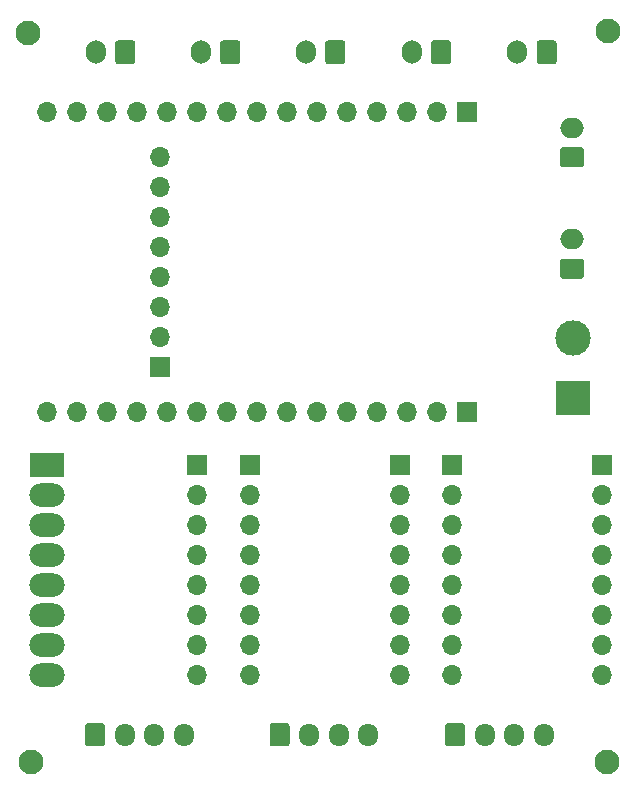
<source format=gbr>
G04 #@! TF.GenerationSoftware,KiCad,Pcbnew,(5.1.5-0)*
G04 #@! TF.CreationDate,2022-07-17T15:28:17+01:00*
G04 #@! TF.ProjectId,Esp32_Cnc_Shield_30Pin_SMD,45737033-325f-4436-9e63-5f536869656c,rev?*
G04 #@! TF.SameCoordinates,Original*
G04 #@! TF.FileFunction,Soldermask,Bot*
G04 #@! TF.FilePolarity,Negative*
%FSLAX46Y46*%
G04 Gerber Fmt 4.6, Leading zero omitted, Abs format (unit mm)*
G04 Created by KiCad (PCBNEW (5.1.5-0)) date 2022-07-17 15:28:17*
%MOMM*%
%LPD*%
G04 APERTURE LIST*
%ADD10C,2.100000*%
%ADD11C,3.000000*%
%ADD12R,3.000000X3.000000*%
%ADD13O,1.700000X1.700000*%
%ADD14R,1.700000X1.700000*%
%ADD15O,1.700000X1.950000*%
%ADD16C,0.050000*%
%ADD17O,1.700000X2.000000*%
%ADD18O,2.000000X1.700000*%
%ADD19O,3.000000X2.000000*%
%ADD20R,3.000000X2.000000*%
G04 APERTURE END LIST*
D10*
X100711000Y-164211000D03*
X51943000Y-164211000D03*
X51689000Y-102489000D03*
X100838000Y-102362000D03*
D11*
X97840800Y-128305560D03*
D12*
X97840800Y-133385560D03*
D13*
X62865000Y-113030000D03*
X62865000Y-115570000D03*
X62865000Y-118110000D03*
X62865000Y-120650000D03*
X62865000Y-123190000D03*
X62865000Y-125730000D03*
X62865000Y-128270000D03*
D14*
X62865000Y-130810000D03*
D15*
X95384000Y-161925000D03*
X92884000Y-161925000D03*
X90384000Y-161925000D03*
D16*
G36*
X88508504Y-160951204D02*
G01*
X88532773Y-160954804D01*
X88556571Y-160960765D01*
X88579671Y-160969030D01*
X88601849Y-160979520D01*
X88622893Y-160992133D01*
X88642598Y-161006747D01*
X88660777Y-161023223D01*
X88677253Y-161041402D01*
X88691867Y-161061107D01*
X88704480Y-161082151D01*
X88714970Y-161104329D01*
X88723235Y-161127429D01*
X88729196Y-161151227D01*
X88732796Y-161175496D01*
X88734000Y-161200000D01*
X88734000Y-162650000D01*
X88732796Y-162674504D01*
X88729196Y-162698773D01*
X88723235Y-162722571D01*
X88714970Y-162745671D01*
X88704480Y-162767849D01*
X88691867Y-162788893D01*
X88677253Y-162808598D01*
X88660777Y-162826777D01*
X88642598Y-162843253D01*
X88622893Y-162857867D01*
X88601849Y-162870480D01*
X88579671Y-162880970D01*
X88556571Y-162889235D01*
X88532773Y-162895196D01*
X88508504Y-162898796D01*
X88484000Y-162900000D01*
X87284000Y-162900000D01*
X87259496Y-162898796D01*
X87235227Y-162895196D01*
X87211429Y-162889235D01*
X87188329Y-162880970D01*
X87166151Y-162870480D01*
X87145107Y-162857867D01*
X87125402Y-162843253D01*
X87107223Y-162826777D01*
X87090747Y-162808598D01*
X87076133Y-162788893D01*
X87063520Y-162767849D01*
X87053030Y-162745671D01*
X87044765Y-162722571D01*
X87038804Y-162698773D01*
X87035204Y-162674504D01*
X87034000Y-162650000D01*
X87034000Y-161200000D01*
X87035204Y-161175496D01*
X87038804Y-161151227D01*
X87044765Y-161127429D01*
X87053030Y-161104329D01*
X87063520Y-161082151D01*
X87076133Y-161061107D01*
X87090747Y-161041402D01*
X87107223Y-161023223D01*
X87125402Y-161006747D01*
X87145107Y-160992133D01*
X87166151Y-160979520D01*
X87188329Y-160969030D01*
X87211429Y-160960765D01*
X87235227Y-160954804D01*
X87259496Y-160951204D01*
X87284000Y-160950000D01*
X88484000Y-160950000D01*
X88508504Y-160951204D01*
G37*
D15*
X80525000Y-161925000D03*
X78025000Y-161925000D03*
X75525000Y-161925000D03*
D16*
G36*
X73649504Y-160951204D02*
G01*
X73673773Y-160954804D01*
X73697571Y-160960765D01*
X73720671Y-160969030D01*
X73742849Y-160979520D01*
X73763893Y-160992133D01*
X73783598Y-161006747D01*
X73801777Y-161023223D01*
X73818253Y-161041402D01*
X73832867Y-161061107D01*
X73845480Y-161082151D01*
X73855970Y-161104329D01*
X73864235Y-161127429D01*
X73870196Y-161151227D01*
X73873796Y-161175496D01*
X73875000Y-161200000D01*
X73875000Y-162650000D01*
X73873796Y-162674504D01*
X73870196Y-162698773D01*
X73864235Y-162722571D01*
X73855970Y-162745671D01*
X73845480Y-162767849D01*
X73832867Y-162788893D01*
X73818253Y-162808598D01*
X73801777Y-162826777D01*
X73783598Y-162843253D01*
X73763893Y-162857867D01*
X73742849Y-162870480D01*
X73720671Y-162880970D01*
X73697571Y-162889235D01*
X73673773Y-162895196D01*
X73649504Y-162898796D01*
X73625000Y-162900000D01*
X72425000Y-162900000D01*
X72400496Y-162898796D01*
X72376227Y-162895196D01*
X72352429Y-162889235D01*
X72329329Y-162880970D01*
X72307151Y-162870480D01*
X72286107Y-162857867D01*
X72266402Y-162843253D01*
X72248223Y-162826777D01*
X72231747Y-162808598D01*
X72217133Y-162788893D01*
X72204520Y-162767849D01*
X72194030Y-162745671D01*
X72185765Y-162722571D01*
X72179804Y-162698773D01*
X72176204Y-162674504D01*
X72175000Y-162650000D01*
X72175000Y-161200000D01*
X72176204Y-161175496D01*
X72179804Y-161151227D01*
X72185765Y-161127429D01*
X72194030Y-161104329D01*
X72204520Y-161082151D01*
X72217133Y-161061107D01*
X72231747Y-161041402D01*
X72248223Y-161023223D01*
X72266402Y-161006747D01*
X72286107Y-160992133D01*
X72307151Y-160979520D01*
X72329329Y-160969030D01*
X72352429Y-160960765D01*
X72376227Y-160954804D01*
X72400496Y-160951204D01*
X72425000Y-160950000D01*
X73625000Y-160950000D01*
X73649504Y-160951204D01*
G37*
D15*
X64904000Y-161925000D03*
X62404000Y-161925000D03*
X59904000Y-161925000D03*
D16*
G36*
X58028504Y-160951204D02*
G01*
X58052773Y-160954804D01*
X58076571Y-160960765D01*
X58099671Y-160969030D01*
X58121849Y-160979520D01*
X58142893Y-160992133D01*
X58162598Y-161006747D01*
X58180777Y-161023223D01*
X58197253Y-161041402D01*
X58211867Y-161061107D01*
X58224480Y-161082151D01*
X58234970Y-161104329D01*
X58243235Y-161127429D01*
X58249196Y-161151227D01*
X58252796Y-161175496D01*
X58254000Y-161200000D01*
X58254000Y-162650000D01*
X58252796Y-162674504D01*
X58249196Y-162698773D01*
X58243235Y-162722571D01*
X58234970Y-162745671D01*
X58224480Y-162767849D01*
X58211867Y-162788893D01*
X58197253Y-162808598D01*
X58180777Y-162826777D01*
X58162598Y-162843253D01*
X58142893Y-162857867D01*
X58121849Y-162870480D01*
X58099671Y-162880970D01*
X58076571Y-162889235D01*
X58052773Y-162895196D01*
X58028504Y-162898796D01*
X58004000Y-162900000D01*
X56804000Y-162900000D01*
X56779496Y-162898796D01*
X56755227Y-162895196D01*
X56731429Y-162889235D01*
X56708329Y-162880970D01*
X56686151Y-162870480D01*
X56665107Y-162857867D01*
X56645402Y-162843253D01*
X56627223Y-162826777D01*
X56610747Y-162808598D01*
X56596133Y-162788893D01*
X56583520Y-162767849D01*
X56573030Y-162745671D01*
X56564765Y-162722571D01*
X56558804Y-162698773D01*
X56555204Y-162674504D01*
X56554000Y-162650000D01*
X56554000Y-161200000D01*
X56555204Y-161175496D01*
X56558804Y-161151227D01*
X56564765Y-161127429D01*
X56573030Y-161104329D01*
X56583520Y-161082151D01*
X56596133Y-161061107D01*
X56610747Y-161041402D01*
X56627223Y-161023223D01*
X56645402Y-161006747D01*
X56665107Y-160992133D01*
X56686151Y-160979520D01*
X56708329Y-160969030D01*
X56731429Y-160960765D01*
X56755227Y-160954804D01*
X56779496Y-160951204D01*
X56804000Y-160950000D01*
X58004000Y-160950000D01*
X58028504Y-160951204D01*
G37*
D13*
X100330000Y-156845000D03*
X100330000Y-154305000D03*
X100330000Y-151765000D03*
X100330000Y-149225000D03*
X100330000Y-146685000D03*
X100330000Y-144145000D03*
X100330000Y-141605000D03*
D14*
X100330000Y-139065000D03*
D13*
X83185000Y-156845000D03*
X83185000Y-154305000D03*
X83185000Y-151765000D03*
X83185000Y-149225000D03*
X83185000Y-146685000D03*
X83185000Y-144145000D03*
X83185000Y-141605000D03*
D14*
X83185000Y-139065000D03*
D13*
X66040000Y-156845000D03*
X66040000Y-154305000D03*
X66040000Y-151765000D03*
X66040000Y-149225000D03*
X66040000Y-146685000D03*
X66040000Y-144145000D03*
X66040000Y-141605000D03*
D14*
X66040000Y-139065000D03*
D13*
X87630000Y-156845000D03*
X87630000Y-154305000D03*
X87630000Y-151765000D03*
X87630000Y-149225000D03*
X87630000Y-146685000D03*
X87630000Y-144145000D03*
X87630000Y-141605000D03*
D14*
X87630000Y-139065000D03*
D13*
X70485000Y-156845000D03*
X70485000Y-154305000D03*
X70485000Y-151765000D03*
X70485000Y-149225000D03*
X70485000Y-146685000D03*
X70485000Y-144145000D03*
X70485000Y-141605000D03*
D14*
X70485000Y-139065000D03*
D17*
X66360000Y-104140000D03*
D16*
G36*
X69484504Y-103141204D02*
G01*
X69508773Y-103144804D01*
X69532571Y-103150765D01*
X69555671Y-103159030D01*
X69577849Y-103169520D01*
X69598893Y-103182133D01*
X69618598Y-103196747D01*
X69636777Y-103213223D01*
X69653253Y-103231402D01*
X69667867Y-103251107D01*
X69680480Y-103272151D01*
X69690970Y-103294329D01*
X69699235Y-103317429D01*
X69705196Y-103341227D01*
X69708796Y-103365496D01*
X69710000Y-103390000D01*
X69710000Y-104890000D01*
X69708796Y-104914504D01*
X69705196Y-104938773D01*
X69699235Y-104962571D01*
X69690970Y-104985671D01*
X69680480Y-105007849D01*
X69667867Y-105028893D01*
X69653253Y-105048598D01*
X69636777Y-105066777D01*
X69618598Y-105083253D01*
X69598893Y-105097867D01*
X69577849Y-105110480D01*
X69555671Y-105120970D01*
X69532571Y-105129235D01*
X69508773Y-105135196D01*
X69484504Y-105138796D01*
X69460000Y-105140000D01*
X68260000Y-105140000D01*
X68235496Y-105138796D01*
X68211227Y-105135196D01*
X68187429Y-105129235D01*
X68164329Y-105120970D01*
X68142151Y-105110480D01*
X68121107Y-105097867D01*
X68101402Y-105083253D01*
X68083223Y-105066777D01*
X68066747Y-105048598D01*
X68052133Y-105028893D01*
X68039520Y-105007849D01*
X68029030Y-104985671D01*
X68020765Y-104962571D01*
X68014804Y-104938773D01*
X68011204Y-104914504D01*
X68010000Y-104890000D01*
X68010000Y-103390000D01*
X68011204Y-103365496D01*
X68014804Y-103341227D01*
X68020765Y-103317429D01*
X68029030Y-103294329D01*
X68039520Y-103272151D01*
X68052133Y-103251107D01*
X68066747Y-103231402D01*
X68083223Y-103213223D01*
X68101402Y-103196747D01*
X68121107Y-103182133D01*
X68142151Y-103169520D01*
X68164329Y-103159030D01*
X68187429Y-103150765D01*
X68211227Y-103144804D01*
X68235496Y-103141204D01*
X68260000Y-103140000D01*
X69460000Y-103140000D01*
X69484504Y-103141204D01*
G37*
D17*
X57470000Y-104140000D03*
D16*
G36*
X60594504Y-103141204D02*
G01*
X60618773Y-103144804D01*
X60642571Y-103150765D01*
X60665671Y-103159030D01*
X60687849Y-103169520D01*
X60708893Y-103182133D01*
X60728598Y-103196747D01*
X60746777Y-103213223D01*
X60763253Y-103231402D01*
X60777867Y-103251107D01*
X60790480Y-103272151D01*
X60800970Y-103294329D01*
X60809235Y-103317429D01*
X60815196Y-103341227D01*
X60818796Y-103365496D01*
X60820000Y-103390000D01*
X60820000Y-104890000D01*
X60818796Y-104914504D01*
X60815196Y-104938773D01*
X60809235Y-104962571D01*
X60800970Y-104985671D01*
X60790480Y-105007849D01*
X60777867Y-105028893D01*
X60763253Y-105048598D01*
X60746777Y-105066777D01*
X60728598Y-105083253D01*
X60708893Y-105097867D01*
X60687849Y-105110480D01*
X60665671Y-105120970D01*
X60642571Y-105129235D01*
X60618773Y-105135196D01*
X60594504Y-105138796D01*
X60570000Y-105140000D01*
X59370000Y-105140000D01*
X59345496Y-105138796D01*
X59321227Y-105135196D01*
X59297429Y-105129235D01*
X59274329Y-105120970D01*
X59252151Y-105110480D01*
X59231107Y-105097867D01*
X59211402Y-105083253D01*
X59193223Y-105066777D01*
X59176747Y-105048598D01*
X59162133Y-105028893D01*
X59149520Y-105007849D01*
X59139030Y-104985671D01*
X59130765Y-104962571D01*
X59124804Y-104938773D01*
X59121204Y-104914504D01*
X59120000Y-104890000D01*
X59120000Y-103390000D01*
X59121204Y-103365496D01*
X59124804Y-103341227D01*
X59130765Y-103317429D01*
X59139030Y-103294329D01*
X59149520Y-103272151D01*
X59162133Y-103251107D01*
X59176747Y-103231402D01*
X59193223Y-103213223D01*
X59211402Y-103196747D01*
X59231107Y-103182133D01*
X59252151Y-103169520D01*
X59274329Y-103159030D01*
X59297429Y-103150765D01*
X59321227Y-103144804D01*
X59345496Y-103141204D01*
X59370000Y-103140000D01*
X60570000Y-103140000D01*
X60594504Y-103141204D01*
G37*
D18*
X97790000Y-119970000D03*
D16*
G36*
X98564504Y-121621204D02*
G01*
X98588773Y-121624804D01*
X98612571Y-121630765D01*
X98635671Y-121639030D01*
X98657849Y-121649520D01*
X98678893Y-121662133D01*
X98698598Y-121676747D01*
X98716777Y-121693223D01*
X98733253Y-121711402D01*
X98747867Y-121731107D01*
X98760480Y-121752151D01*
X98770970Y-121774329D01*
X98779235Y-121797429D01*
X98785196Y-121821227D01*
X98788796Y-121845496D01*
X98790000Y-121870000D01*
X98790000Y-123070000D01*
X98788796Y-123094504D01*
X98785196Y-123118773D01*
X98779235Y-123142571D01*
X98770970Y-123165671D01*
X98760480Y-123187849D01*
X98747867Y-123208893D01*
X98733253Y-123228598D01*
X98716777Y-123246777D01*
X98698598Y-123263253D01*
X98678893Y-123277867D01*
X98657849Y-123290480D01*
X98635671Y-123300970D01*
X98612571Y-123309235D01*
X98588773Y-123315196D01*
X98564504Y-123318796D01*
X98540000Y-123320000D01*
X97040000Y-123320000D01*
X97015496Y-123318796D01*
X96991227Y-123315196D01*
X96967429Y-123309235D01*
X96944329Y-123300970D01*
X96922151Y-123290480D01*
X96901107Y-123277867D01*
X96881402Y-123263253D01*
X96863223Y-123246777D01*
X96846747Y-123228598D01*
X96832133Y-123208893D01*
X96819520Y-123187849D01*
X96809030Y-123165671D01*
X96800765Y-123142571D01*
X96794804Y-123118773D01*
X96791204Y-123094504D01*
X96790000Y-123070000D01*
X96790000Y-121870000D01*
X96791204Y-121845496D01*
X96794804Y-121821227D01*
X96800765Y-121797429D01*
X96809030Y-121774329D01*
X96819520Y-121752151D01*
X96832133Y-121731107D01*
X96846747Y-121711402D01*
X96863223Y-121693223D01*
X96881402Y-121676747D01*
X96901107Y-121662133D01*
X96922151Y-121649520D01*
X96944329Y-121639030D01*
X96967429Y-121630765D01*
X96991227Y-121624804D01*
X97015496Y-121621204D01*
X97040000Y-121620000D01*
X98540000Y-121620000D01*
X98564504Y-121621204D01*
G37*
D17*
X75250000Y-104140000D03*
D16*
G36*
X78374504Y-103141204D02*
G01*
X78398773Y-103144804D01*
X78422571Y-103150765D01*
X78445671Y-103159030D01*
X78467849Y-103169520D01*
X78488893Y-103182133D01*
X78508598Y-103196747D01*
X78526777Y-103213223D01*
X78543253Y-103231402D01*
X78557867Y-103251107D01*
X78570480Y-103272151D01*
X78580970Y-103294329D01*
X78589235Y-103317429D01*
X78595196Y-103341227D01*
X78598796Y-103365496D01*
X78600000Y-103390000D01*
X78600000Y-104890000D01*
X78598796Y-104914504D01*
X78595196Y-104938773D01*
X78589235Y-104962571D01*
X78580970Y-104985671D01*
X78570480Y-105007849D01*
X78557867Y-105028893D01*
X78543253Y-105048598D01*
X78526777Y-105066777D01*
X78508598Y-105083253D01*
X78488893Y-105097867D01*
X78467849Y-105110480D01*
X78445671Y-105120970D01*
X78422571Y-105129235D01*
X78398773Y-105135196D01*
X78374504Y-105138796D01*
X78350000Y-105140000D01*
X77150000Y-105140000D01*
X77125496Y-105138796D01*
X77101227Y-105135196D01*
X77077429Y-105129235D01*
X77054329Y-105120970D01*
X77032151Y-105110480D01*
X77011107Y-105097867D01*
X76991402Y-105083253D01*
X76973223Y-105066777D01*
X76956747Y-105048598D01*
X76942133Y-105028893D01*
X76929520Y-105007849D01*
X76919030Y-104985671D01*
X76910765Y-104962571D01*
X76904804Y-104938773D01*
X76901204Y-104914504D01*
X76900000Y-104890000D01*
X76900000Y-103390000D01*
X76901204Y-103365496D01*
X76904804Y-103341227D01*
X76910765Y-103317429D01*
X76919030Y-103294329D01*
X76929520Y-103272151D01*
X76942133Y-103251107D01*
X76956747Y-103231402D01*
X76973223Y-103213223D01*
X76991402Y-103196747D01*
X77011107Y-103182133D01*
X77032151Y-103169520D01*
X77054329Y-103159030D01*
X77077429Y-103150765D01*
X77101227Y-103144804D01*
X77125496Y-103141204D01*
X77150000Y-103140000D01*
X78350000Y-103140000D01*
X78374504Y-103141204D01*
G37*
D17*
X84201000Y-104140000D03*
D16*
G36*
X87325504Y-103141204D02*
G01*
X87349773Y-103144804D01*
X87373571Y-103150765D01*
X87396671Y-103159030D01*
X87418849Y-103169520D01*
X87439893Y-103182133D01*
X87459598Y-103196747D01*
X87477777Y-103213223D01*
X87494253Y-103231402D01*
X87508867Y-103251107D01*
X87521480Y-103272151D01*
X87531970Y-103294329D01*
X87540235Y-103317429D01*
X87546196Y-103341227D01*
X87549796Y-103365496D01*
X87551000Y-103390000D01*
X87551000Y-104890000D01*
X87549796Y-104914504D01*
X87546196Y-104938773D01*
X87540235Y-104962571D01*
X87531970Y-104985671D01*
X87521480Y-105007849D01*
X87508867Y-105028893D01*
X87494253Y-105048598D01*
X87477777Y-105066777D01*
X87459598Y-105083253D01*
X87439893Y-105097867D01*
X87418849Y-105110480D01*
X87396671Y-105120970D01*
X87373571Y-105129235D01*
X87349773Y-105135196D01*
X87325504Y-105138796D01*
X87301000Y-105140000D01*
X86101000Y-105140000D01*
X86076496Y-105138796D01*
X86052227Y-105135196D01*
X86028429Y-105129235D01*
X86005329Y-105120970D01*
X85983151Y-105110480D01*
X85962107Y-105097867D01*
X85942402Y-105083253D01*
X85924223Y-105066777D01*
X85907747Y-105048598D01*
X85893133Y-105028893D01*
X85880520Y-105007849D01*
X85870030Y-104985671D01*
X85861765Y-104962571D01*
X85855804Y-104938773D01*
X85852204Y-104914504D01*
X85851000Y-104890000D01*
X85851000Y-103390000D01*
X85852204Y-103365496D01*
X85855804Y-103341227D01*
X85861765Y-103317429D01*
X85870030Y-103294329D01*
X85880520Y-103272151D01*
X85893133Y-103251107D01*
X85907747Y-103231402D01*
X85924223Y-103213223D01*
X85942402Y-103196747D01*
X85962107Y-103182133D01*
X85983151Y-103169520D01*
X86005329Y-103159030D01*
X86028429Y-103150765D01*
X86052227Y-103144804D01*
X86076496Y-103141204D01*
X86101000Y-103140000D01*
X87301000Y-103140000D01*
X87325504Y-103141204D01*
G37*
D18*
X97790000Y-110530000D03*
D16*
G36*
X98564504Y-112181204D02*
G01*
X98588773Y-112184804D01*
X98612571Y-112190765D01*
X98635671Y-112199030D01*
X98657849Y-112209520D01*
X98678893Y-112222133D01*
X98698598Y-112236747D01*
X98716777Y-112253223D01*
X98733253Y-112271402D01*
X98747867Y-112291107D01*
X98760480Y-112312151D01*
X98770970Y-112334329D01*
X98779235Y-112357429D01*
X98785196Y-112381227D01*
X98788796Y-112405496D01*
X98790000Y-112430000D01*
X98790000Y-113630000D01*
X98788796Y-113654504D01*
X98785196Y-113678773D01*
X98779235Y-113702571D01*
X98770970Y-113725671D01*
X98760480Y-113747849D01*
X98747867Y-113768893D01*
X98733253Y-113788598D01*
X98716777Y-113806777D01*
X98698598Y-113823253D01*
X98678893Y-113837867D01*
X98657849Y-113850480D01*
X98635671Y-113860970D01*
X98612571Y-113869235D01*
X98588773Y-113875196D01*
X98564504Y-113878796D01*
X98540000Y-113880000D01*
X97040000Y-113880000D01*
X97015496Y-113878796D01*
X96991227Y-113875196D01*
X96967429Y-113869235D01*
X96944329Y-113860970D01*
X96922151Y-113850480D01*
X96901107Y-113837867D01*
X96881402Y-113823253D01*
X96863223Y-113806777D01*
X96846747Y-113788598D01*
X96832133Y-113768893D01*
X96819520Y-113747849D01*
X96809030Y-113725671D01*
X96800765Y-113702571D01*
X96794804Y-113678773D01*
X96791204Y-113654504D01*
X96790000Y-113630000D01*
X96790000Y-112430000D01*
X96791204Y-112405496D01*
X96794804Y-112381227D01*
X96800765Y-112357429D01*
X96809030Y-112334329D01*
X96819520Y-112312151D01*
X96832133Y-112291107D01*
X96846747Y-112271402D01*
X96863223Y-112253223D01*
X96881402Y-112236747D01*
X96901107Y-112222133D01*
X96922151Y-112209520D01*
X96944329Y-112199030D01*
X96967429Y-112190765D01*
X96991227Y-112184804D01*
X97015496Y-112181204D01*
X97040000Y-112180000D01*
X98540000Y-112180000D01*
X98564504Y-112181204D01*
G37*
D13*
X53340000Y-109220000D03*
X55880000Y-109220000D03*
X58420000Y-109220000D03*
X60960000Y-109220000D03*
X63500000Y-109220000D03*
X66040000Y-109220000D03*
X68580000Y-109220000D03*
X71120000Y-109220000D03*
X73660000Y-109220000D03*
X76200000Y-109220000D03*
X78740000Y-109220000D03*
X81280000Y-109220000D03*
X83820000Y-109220000D03*
X86360000Y-109220000D03*
D14*
X88900000Y-109220000D03*
D17*
X93131000Y-104140000D03*
D16*
G36*
X96255504Y-103141204D02*
G01*
X96279773Y-103144804D01*
X96303571Y-103150765D01*
X96326671Y-103159030D01*
X96348849Y-103169520D01*
X96369893Y-103182133D01*
X96389598Y-103196747D01*
X96407777Y-103213223D01*
X96424253Y-103231402D01*
X96438867Y-103251107D01*
X96451480Y-103272151D01*
X96461970Y-103294329D01*
X96470235Y-103317429D01*
X96476196Y-103341227D01*
X96479796Y-103365496D01*
X96481000Y-103390000D01*
X96481000Y-104890000D01*
X96479796Y-104914504D01*
X96476196Y-104938773D01*
X96470235Y-104962571D01*
X96461970Y-104985671D01*
X96451480Y-105007849D01*
X96438867Y-105028893D01*
X96424253Y-105048598D01*
X96407777Y-105066777D01*
X96389598Y-105083253D01*
X96369893Y-105097867D01*
X96348849Y-105110480D01*
X96326671Y-105120970D01*
X96303571Y-105129235D01*
X96279773Y-105135196D01*
X96255504Y-105138796D01*
X96231000Y-105140000D01*
X95031000Y-105140000D01*
X95006496Y-105138796D01*
X94982227Y-105135196D01*
X94958429Y-105129235D01*
X94935329Y-105120970D01*
X94913151Y-105110480D01*
X94892107Y-105097867D01*
X94872402Y-105083253D01*
X94854223Y-105066777D01*
X94837747Y-105048598D01*
X94823133Y-105028893D01*
X94810520Y-105007849D01*
X94800030Y-104985671D01*
X94791765Y-104962571D01*
X94785804Y-104938773D01*
X94782204Y-104914504D01*
X94781000Y-104890000D01*
X94781000Y-103390000D01*
X94782204Y-103365496D01*
X94785804Y-103341227D01*
X94791765Y-103317429D01*
X94800030Y-103294329D01*
X94810520Y-103272151D01*
X94823133Y-103251107D01*
X94837747Y-103231402D01*
X94854223Y-103213223D01*
X94872402Y-103196747D01*
X94892107Y-103182133D01*
X94913151Y-103169520D01*
X94935329Y-103159030D01*
X94958429Y-103150765D01*
X94982227Y-103144804D01*
X95006496Y-103141204D01*
X95031000Y-103140000D01*
X96231000Y-103140000D01*
X96255504Y-103141204D01*
G37*
D13*
X53340000Y-134620000D03*
X55880000Y-134620000D03*
X58420000Y-134620000D03*
X60960000Y-134620000D03*
X63500000Y-134620000D03*
X66040000Y-134620000D03*
X68580000Y-134620000D03*
X71120000Y-134620000D03*
X73660000Y-134620000D03*
X76200000Y-134620000D03*
X78740000Y-134620000D03*
X81280000Y-134620000D03*
X83820000Y-134620000D03*
X86360000Y-134620000D03*
D14*
X88900000Y-134620000D03*
D19*
X53340000Y-156845000D03*
X53340000Y-154305000D03*
X53340000Y-151765000D03*
X53340000Y-149225000D03*
X53340000Y-146685000D03*
X53340000Y-144145000D03*
X53340000Y-141605000D03*
D20*
X53340000Y-139065000D03*
M02*

</source>
